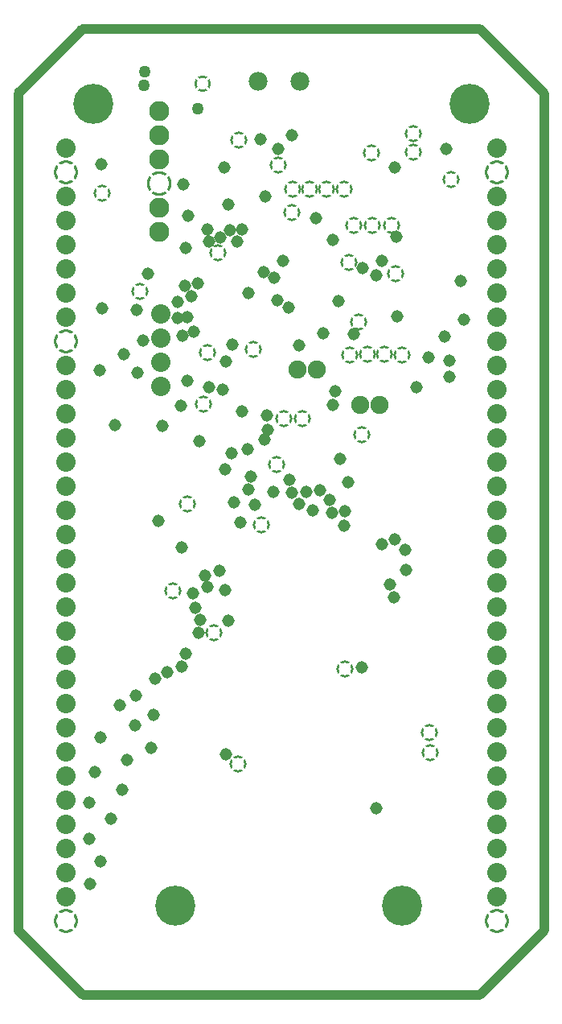
<source format=gbr>
G04*
G04 #@! TF.GenerationSoftware,Altium Limited,Altium Designer,22.4.2 (48)*
G04*
G04 Layer_Physical_Order=2*
G04 Layer_Color=32768*
%FSLAX25Y25*%
%MOIN*%
G70*
G04*
G04 #@! TF.SameCoordinates,2D1903EE-2603-4782-A524-194C17E073E1*
G04*
G04*
G04 #@! TF.FilePolarity,Negative*
G04*
G01*
G75*
%ADD67C,0.04000*%
%ADD68C,0.16598*%
%ADD69C,0.08016*%
G04:AMPARAMS|DCode=70|XSize=100.157mil|YSize=100.157mil|CornerRadius=0mil|HoleSize=0mil|Usage=FLASHONLY|Rotation=0.000|XOffset=0mil|YOffset=0mil|HoleType=Round|Shape=Relief|Width=10mil|Gap=10mil|Entries=4|*
%AMTHD70*
7,0,0,0.10016,0.08016,0.01000,45*
%
%ADD70THD70*%
%ADD71C,0.07504*%
G04:AMPARAMS|DCode=72|XSize=103.307mil|YSize=103.307mil|CornerRadius=0mil|HoleSize=0mil|Usage=FLASHONLY|Rotation=0.000|XOffset=0mil|YOffset=0mil|HoleType=Round|Shape=Relief|Width=10mil|Gap=10mil|Entries=4|*
%AMTHD72*
7,0,0,0.10331,0.08331,0.01000,45*
%
%ADD72THD72*%
%ADD73C,0.08331*%
%ADD74C,0.07740*%
%ADD75C,0.05181*%
G04:AMPARAMS|DCode=76|XSize=71.811mil|YSize=71.811mil|CornerRadius=0mil|HoleSize=0mil|Usage=FLASHONLY|Rotation=0.000|XOffset=0mil|YOffset=0mil|HoleType=Round|Shape=Relief|Width=10mil|Gap=10mil|Entries=4|*
%AMTHD76*
7,0,0,0.07181,0.05181,0.01000,45*
%
%ADD76THD76*%
%ADD77C,0.05000*%
G04:AMPARAMS|DCode=78|XSize=70mil|YSize=70mil|CornerRadius=0mil|HoleSize=0mil|Usage=FLASHONLY|Rotation=0.000|XOffset=0mil|YOffset=0mil|HoleType=Round|Shape=Relief|Width=10mil|Gap=10mil|Entries=4|*
%AMTHD78*
7,0,0,0.07000,0.05000,0.01000,45*
%
%ADD78THD78*%
D67*
X119292Y101292D02*
G03*
X120000Y100998I708J708D01*
G01*
X284000D02*
G03*
X284708Y101292I0J1001D01*
G01*
X310708Y127292D02*
G03*
X311001Y128000I-708J708D01*
G01*
Y474000D02*
G03*
X310708Y474708I-1001J-0D01*
G01*
X284708Y500708D02*
G03*
X284000Y501002I-708J-708D01*
G01*
X120000D02*
G03*
X119292Y500708I-0J-1001D01*
G01*
X93292Y474708D02*
G03*
X92998Y474000I708J-708D01*
G01*
Y128000D02*
G03*
X93292Y127292I1001J-0D01*
G01*
X120000Y100998D02*
X284000D01*
X284708Y101292D02*
X310708Y127292D01*
X311001Y128000D02*
Y474000D01*
X284708Y500708D02*
X310708Y474708D01*
X120000Y501002D02*
X284000D01*
X93292Y474708D02*
X119292Y500708D01*
X92998Y128000D02*
Y474000D01*
X93292Y127292D02*
X119292Y101292D01*
D68*
X280000Y470000D02*
D03*
X124000D02*
D03*
X252000Y138000D02*
D03*
X158000D02*
D03*
D69*
X291500Y451500D02*
D03*
Y431500D02*
D03*
Y421500D02*
D03*
Y411500D02*
D03*
Y401500D02*
D03*
Y391500D02*
D03*
Y381500D02*
D03*
Y371500D02*
D03*
Y361500D02*
D03*
Y351500D02*
D03*
Y341500D02*
D03*
Y331500D02*
D03*
Y321500D02*
D03*
Y311500D02*
D03*
Y301500D02*
D03*
Y291500D02*
D03*
Y281500D02*
D03*
Y271500D02*
D03*
Y261500D02*
D03*
Y251500D02*
D03*
Y241500D02*
D03*
Y231500D02*
D03*
Y221500D02*
D03*
Y211500D02*
D03*
Y201500D02*
D03*
Y191500D02*
D03*
Y181500D02*
D03*
Y171500D02*
D03*
Y161500D02*
D03*
Y151500D02*
D03*
Y141500D02*
D03*
X112800Y141400D02*
D03*
Y151400D02*
D03*
Y161400D02*
D03*
Y171400D02*
D03*
Y181400D02*
D03*
Y191400D02*
D03*
Y201400D02*
D03*
Y211400D02*
D03*
Y221400D02*
D03*
Y231400D02*
D03*
Y241400D02*
D03*
Y251400D02*
D03*
Y261400D02*
D03*
Y271400D02*
D03*
Y281400D02*
D03*
Y291400D02*
D03*
Y301400D02*
D03*
Y311400D02*
D03*
Y321400D02*
D03*
Y331400D02*
D03*
Y341400D02*
D03*
Y351400D02*
D03*
Y361400D02*
D03*
Y381400D02*
D03*
Y391400D02*
D03*
Y401400D02*
D03*
Y411400D02*
D03*
Y421400D02*
D03*
Y431400D02*
D03*
Y451400D02*
D03*
X152229Y383000D02*
D03*
Y353000D02*
D03*
Y363000D02*
D03*
Y373000D02*
D03*
D70*
X291500Y441500D02*
D03*
Y131500D02*
D03*
X112800Y131400D02*
D03*
Y371400D02*
D03*
Y441400D02*
D03*
D71*
X242800Y345125D02*
D03*
X234926D02*
D03*
X208863Y360000D02*
D03*
X216737D02*
D03*
D72*
X151400Y437000D02*
D03*
D73*
Y427000D02*
D03*
Y417000D02*
D03*
Y447000D02*
D03*
Y457000D02*
D03*
Y467000D02*
D03*
D74*
X192358Y479083D02*
D03*
X209681D02*
D03*
D75*
X250000Y382000D02*
D03*
X249855Y414765D02*
D03*
X127200Y156100D02*
D03*
X122500Y165400D02*
D03*
X122600Y180400D02*
D03*
X136200Y185900D02*
D03*
X124700Y193100D02*
D03*
X138200Y198200D02*
D03*
X148100Y203100D02*
D03*
X127100Y207600D02*
D03*
X180800Y417700D02*
D03*
X176800Y414400D02*
D03*
X171500Y417800D02*
D03*
X171968Y412932D02*
D03*
X181800Y370300D02*
D03*
X235700Y401900D02*
D03*
X243749Y404897D02*
D03*
X241500Y398900D02*
D03*
X225643Y388164D02*
D03*
X205100Y385400D02*
D03*
X200500Y388700D02*
D03*
X199200Y397800D02*
D03*
X202685Y405055D02*
D03*
X249000Y443600D02*
D03*
X223500Y413500D02*
D03*
X216500Y422500D02*
D03*
X195400Y431600D02*
D03*
X161600Y436700D02*
D03*
X178300Y443500D02*
D03*
X228200Y295207D02*
D03*
X276500Y396500D02*
D03*
X277900Y380700D02*
D03*
X270400Y451100D02*
D03*
X200903Y451121D02*
D03*
X226300Y323000D02*
D03*
X258100Y352400D02*
D03*
X263100Y364900D02*
D03*
X269800Y373700D02*
D03*
X271807Y356800D02*
D03*
Y363400D02*
D03*
X228600Y301300D02*
D03*
X224500Y351000D02*
D03*
X205400Y314300D02*
D03*
X198800Y309300D02*
D03*
X218200Y309800D02*
D03*
X212600Y309300D02*
D03*
X222000Y305900D02*
D03*
X229775Y313363D02*
D03*
X215100Y301600D02*
D03*
X188500Y310100D02*
D03*
X223200Y300700D02*
D03*
X195000Y330900D02*
D03*
X188203Y326997D02*
D03*
X181400Y325100D02*
D03*
X185900Y342500D02*
D03*
X189400Y315600D02*
D03*
X209300Y304100D02*
D03*
X177900Y351400D02*
D03*
X179100Y363100D02*
D03*
X172200Y352500D02*
D03*
X163100Y355300D02*
D03*
X161100Y373800D02*
D03*
X163000Y381400D02*
D03*
X165700Y375700D02*
D03*
X249000Y289600D02*
D03*
X243800Y287500D02*
D03*
X253300Y285100D02*
D03*
X196300Y334900D02*
D03*
X160600Y344807D02*
D03*
X178700Y318600D02*
D03*
X196000Y340800D02*
D03*
X168000Y330200D02*
D03*
X152700Y336400D02*
D03*
X133000Y336784D02*
D03*
X185000Y296500D02*
D03*
X127400Y444800D02*
D03*
X127700Y385300D02*
D03*
X136700Y366100D02*
D03*
X126700Y359600D02*
D03*
X142400Y358600D02*
D03*
X253873Y276927D02*
D03*
X248800Y265700D02*
D03*
X247167Y271021D02*
D03*
X144700Y372000D02*
D03*
X142100Y384400D02*
D03*
X151200Y297200D02*
D03*
X182400Y305000D02*
D03*
X178800Y268400D02*
D03*
X154900Y234700D02*
D03*
X167800Y251000D02*
D03*
X168500Y256300D02*
D03*
X165600Y267100D02*
D03*
X171400Y270000D02*
D03*
X170600Y274600D02*
D03*
X176400Y276400D02*
D03*
X162300Y242300D02*
D03*
X160800Y236800D02*
D03*
X160900Y286200D02*
D03*
X166500Y261300D02*
D03*
X180100Y256000D02*
D03*
X131400Y173800D02*
D03*
X141300Y212400D02*
D03*
X149700Y231900D02*
D03*
X141700Y225000D02*
D03*
X135100Y220800D02*
D03*
X149200Y217000D02*
D03*
X122800Y146800D02*
D03*
X206400Y309000D02*
D03*
X191200Y304000D02*
D03*
X179200Y200600D02*
D03*
X241300Y178200D02*
D03*
X235300Y236700D02*
D03*
X223575Y345125D02*
D03*
X232100Y374700D02*
D03*
X209400Y369900D02*
D03*
X219600Y374800D02*
D03*
X146800Y399400D02*
D03*
X194700Y400200D02*
D03*
X162578Y410122D02*
D03*
X164700Y390200D02*
D03*
X158993Y381300D02*
D03*
X162100Y394500D02*
D03*
X163400Y423600D02*
D03*
X158993Y387800D02*
D03*
X167500Y395600D02*
D03*
X180000Y428100D02*
D03*
X188500Y391600D02*
D03*
X183900Y412800D02*
D03*
X185719Y417981D02*
D03*
X206332Y457006D02*
D03*
X193333Y455321D02*
D03*
D76*
X256900Y449900D02*
D03*
X190394Y368205D02*
D03*
X229987Y404250D02*
D03*
X249435Y399439D02*
D03*
X233981Y379554D02*
D03*
X239500Y449600D02*
D03*
X247700Y419500D02*
D03*
X239700Y419600D02*
D03*
X232100D02*
D03*
X206500Y425000D02*
D03*
X272500Y438500D02*
D03*
X184586Y455053D02*
D03*
X252200Y365900D02*
D03*
X237800Y366100D02*
D03*
X244900D02*
D03*
X230500Y365900D02*
D03*
X200100Y320700D02*
D03*
X171300Y366900D02*
D03*
X210900Y339507D02*
D03*
X203200Y339707D02*
D03*
X169800Y345400D02*
D03*
X127700Y432800D02*
D03*
X235418Y333050D02*
D03*
X163000Y304300D02*
D03*
X193900Y295500D02*
D03*
X157200Y268200D02*
D03*
X174100Y251000D02*
D03*
X184000Y196500D02*
D03*
X263606Y209525D02*
D03*
X263800Y201200D02*
D03*
X228300Y235900D02*
D03*
X143300Y392100D02*
D03*
X256700Y457400D02*
D03*
X200700Y444600D02*
D03*
X175800Y408100D02*
D03*
X228000Y434547D02*
D03*
X220900Y434446D02*
D03*
X213850Y434450D02*
D03*
X206800Y434400D02*
D03*
D77*
X145400Y483200D02*
D03*
X167300Y468000D02*
D03*
X145146Y477446D02*
D03*
D78*
X169300Y478200D02*
D03*
M02*

</source>
